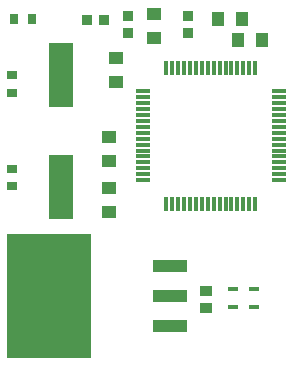
<source format=gtp>
G04*
G04 #@! TF.GenerationSoftware,Altium Limited,Altium Designer,24.7.2 (38)*
G04*
G04 Layer_Color=8421504*
%FSLAX44Y44*%
%MOMM*%
G71*
G04*
G04 #@! TF.SameCoordinates,1ABB164B-B226-434E-8602-407845119EEE*
G04*
G04*
G04 #@! TF.FilePolarity,Positive*
G04*
G01*
G75*
%ADD14R,0.3000X1.2000*%
%ADD15R,1.2000X0.3000*%
%ADD16R,0.9500X0.4500*%
%ADD17R,1.0500X0.9500*%
%ADD18R,7.2000X10.5000*%
%ADD19R,2.8500X1.0500*%
%ADD20R,0.9000X0.8000*%
%ADD21R,1.2000X1.0000*%
%ADD22R,2.0000X5.5000*%
%ADD23R,1.0000X1.2000*%
%ADD24R,0.9121X0.9581*%
%ADD25R,0.9581X0.9121*%
%ADD26R,0.8000X0.9000*%
D14*
X986120Y623920D02*
D03*
X991120D02*
D03*
X996120D02*
D03*
X1001120D02*
D03*
X1006120D02*
D03*
X1011120D02*
D03*
X1016120D02*
D03*
X1021120D02*
D03*
X1026120D02*
D03*
X1031120D02*
D03*
X1036120D02*
D03*
X1041120D02*
D03*
X1046120D02*
D03*
X1051120D02*
D03*
X1056120D02*
D03*
X1061120D02*
D03*
Y508920D02*
D03*
X1056120D02*
D03*
X1051120D02*
D03*
X1046120D02*
D03*
X1041120D02*
D03*
X1036120D02*
D03*
X1031120D02*
D03*
X1026120D02*
D03*
X1021120D02*
D03*
X1016120D02*
D03*
X1011120D02*
D03*
X1006120D02*
D03*
X1001120D02*
D03*
X996120D02*
D03*
X991120D02*
D03*
X986120D02*
D03*
D15*
X1081120Y603920D02*
D03*
Y598920D02*
D03*
Y593920D02*
D03*
Y588920D02*
D03*
Y583920D02*
D03*
Y578920D02*
D03*
Y573920D02*
D03*
Y568920D02*
D03*
Y563920D02*
D03*
Y558920D02*
D03*
Y553920D02*
D03*
Y548920D02*
D03*
Y543920D02*
D03*
Y538920D02*
D03*
Y533920D02*
D03*
Y528920D02*
D03*
X966120D02*
D03*
Y533920D02*
D03*
Y538920D02*
D03*
Y543920D02*
D03*
Y548920D02*
D03*
Y553920D02*
D03*
Y558920D02*
D03*
Y563920D02*
D03*
Y568920D02*
D03*
Y573920D02*
D03*
Y578920D02*
D03*
Y583920D02*
D03*
Y588920D02*
D03*
Y593920D02*
D03*
Y598920D02*
D03*
Y603920D02*
D03*
D16*
X1060450Y437010D02*
D03*
Y421510D02*
D03*
X1042670Y437010D02*
D03*
Y421510D02*
D03*
D17*
X1019810Y420740D02*
D03*
Y435240D02*
D03*
D18*
X887100Y430530D02*
D03*
D19*
X989100Y455930D02*
D03*
Y430530D02*
D03*
Y405130D02*
D03*
D20*
X855750Y538680D02*
D03*
Y523680D02*
D03*
Y602730D02*
D03*
Y617730D02*
D03*
D21*
X937260Y501810D02*
D03*
Y521810D02*
D03*
Y564990D02*
D03*
Y544990D02*
D03*
X943610Y632300D02*
D03*
Y612300D02*
D03*
X975360Y649130D02*
D03*
Y669130D02*
D03*
D22*
X896620Y617730D02*
D03*
Y522730D02*
D03*
D23*
X1046640Y647700D02*
D03*
X1066640D02*
D03*
X1050130Y665480D02*
D03*
X1030130D02*
D03*
D24*
X1004570Y667670D02*
D03*
Y653130D02*
D03*
X953770Y668020D02*
D03*
Y653480D02*
D03*
D25*
X918560Y664210D02*
D03*
X933100D02*
D03*
D26*
X857370Y665480D02*
D03*
X872370D02*
D03*
M02*

</source>
